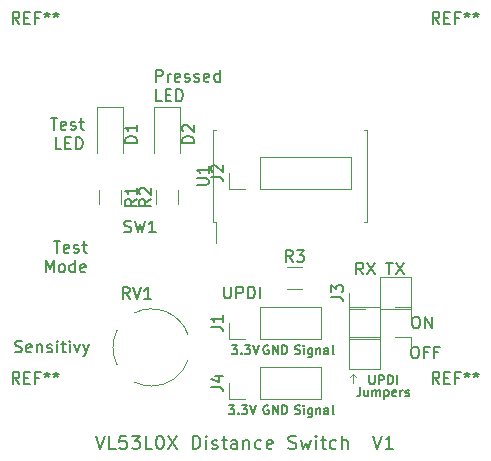
<source format=gbr>
G04 #@! TF.GenerationSoftware,KiCad,Pcbnew,(5.1.5)-3*
G04 #@! TF.CreationDate,2020-07-14T23:55:42-05:00*
G04 #@! TF.ProjectId,VL53L0XSensor,564c3533-4c30-4585-9365-6e736f722e6b,rev?*
G04 #@! TF.SameCoordinates,Original*
G04 #@! TF.FileFunction,Legend,Top*
G04 #@! TF.FilePolarity,Positive*
%FSLAX46Y46*%
G04 Gerber Fmt 4.6, Leading zero omitted, Abs format (unit mm)*
G04 Created by KiCad (PCBNEW (5.1.5)-3) date 2020-07-14 23:55:42*
%MOMM*%
%LPD*%
G04 APERTURE LIST*
%ADD10C,0.150000*%
%ADD11C,0.152400*%
%ADD12C,0.120000*%
%ADD13C,0.139700*%
G04 APERTURE END LIST*
D10*
X115141761Y-84986761D02*
X115284619Y-85034380D01*
X115522714Y-85034380D01*
X115617952Y-84986761D01*
X115665571Y-84939142D01*
X115713190Y-84843904D01*
X115713190Y-84748666D01*
X115665571Y-84653428D01*
X115617952Y-84605809D01*
X115522714Y-84558190D01*
X115332238Y-84510571D01*
X115237000Y-84462952D01*
X115189380Y-84415333D01*
X115141761Y-84320095D01*
X115141761Y-84224857D01*
X115189380Y-84129619D01*
X115237000Y-84082000D01*
X115332238Y-84034380D01*
X115570333Y-84034380D01*
X115713190Y-84082000D01*
X116522714Y-84986761D02*
X116427476Y-85034380D01*
X116237000Y-85034380D01*
X116141761Y-84986761D01*
X116094142Y-84891523D01*
X116094142Y-84510571D01*
X116141761Y-84415333D01*
X116237000Y-84367714D01*
X116427476Y-84367714D01*
X116522714Y-84415333D01*
X116570333Y-84510571D01*
X116570333Y-84605809D01*
X116094142Y-84701047D01*
X116998904Y-84367714D02*
X116998904Y-85034380D01*
X116998904Y-84462952D02*
X117046523Y-84415333D01*
X117141761Y-84367714D01*
X117284619Y-84367714D01*
X117379857Y-84415333D01*
X117427476Y-84510571D01*
X117427476Y-85034380D01*
X117856047Y-84986761D02*
X117951285Y-85034380D01*
X118141761Y-85034380D01*
X118237000Y-84986761D01*
X118284619Y-84891523D01*
X118284619Y-84843904D01*
X118237000Y-84748666D01*
X118141761Y-84701047D01*
X117998904Y-84701047D01*
X117903666Y-84653428D01*
X117856047Y-84558190D01*
X117856047Y-84510571D01*
X117903666Y-84415333D01*
X117998904Y-84367714D01*
X118141761Y-84367714D01*
X118237000Y-84415333D01*
X118713190Y-85034380D02*
X118713190Y-84367714D01*
X118713190Y-84034380D02*
X118665571Y-84082000D01*
X118713190Y-84129619D01*
X118760809Y-84082000D01*
X118713190Y-84034380D01*
X118713190Y-84129619D01*
X119046523Y-84367714D02*
X119427476Y-84367714D01*
X119189380Y-84034380D02*
X119189380Y-84891523D01*
X119237000Y-84986761D01*
X119332238Y-85034380D01*
X119427476Y-85034380D01*
X119760809Y-85034380D02*
X119760809Y-84367714D01*
X119760809Y-84034380D02*
X119713190Y-84082000D01*
X119760809Y-84129619D01*
X119808428Y-84082000D01*
X119760809Y-84034380D01*
X119760809Y-84129619D01*
X120141761Y-84367714D02*
X120379857Y-85034380D01*
X120617952Y-84367714D01*
X120903666Y-84367714D02*
X121141761Y-85034380D01*
X121379857Y-84367714D02*
X121141761Y-85034380D01*
X121046523Y-85272476D01*
X120998904Y-85320095D01*
X120903666Y-85367714D01*
X127081595Y-62111380D02*
X127081595Y-61111380D01*
X127462547Y-61111380D01*
X127557785Y-61159000D01*
X127605404Y-61206619D01*
X127653023Y-61301857D01*
X127653023Y-61444714D01*
X127605404Y-61539952D01*
X127557785Y-61587571D01*
X127462547Y-61635190D01*
X127081595Y-61635190D01*
X128081595Y-62111380D02*
X128081595Y-61444714D01*
X128081595Y-61635190D02*
X128129214Y-61539952D01*
X128176833Y-61492333D01*
X128272071Y-61444714D01*
X128367309Y-61444714D01*
X129081595Y-62063761D02*
X128986357Y-62111380D01*
X128795880Y-62111380D01*
X128700642Y-62063761D01*
X128653023Y-61968523D01*
X128653023Y-61587571D01*
X128700642Y-61492333D01*
X128795880Y-61444714D01*
X128986357Y-61444714D01*
X129081595Y-61492333D01*
X129129214Y-61587571D01*
X129129214Y-61682809D01*
X128653023Y-61778047D01*
X129510166Y-62063761D02*
X129605404Y-62111380D01*
X129795880Y-62111380D01*
X129891119Y-62063761D01*
X129938738Y-61968523D01*
X129938738Y-61920904D01*
X129891119Y-61825666D01*
X129795880Y-61778047D01*
X129653023Y-61778047D01*
X129557785Y-61730428D01*
X129510166Y-61635190D01*
X129510166Y-61587571D01*
X129557785Y-61492333D01*
X129653023Y-61444714D01*
X129795880Y-61444714D01*
X129891119Y-61492333D01*
X130319690Y-62063761D02*
X130414928Y-62111380D01*
X130605404Y-62111380D01*
X130700642Y-62063761D01*
X130748261Y-61968523D01*
X130748261Y-61920904D01*
X130700642Y-61825666D01*
X130605404Y-61778047D01*
X130462547Y-61778047D01*
X130367309Y-61730428D01*
X130319690Y-61635190D01*
X130319690Y-61587571D01*
X130367309Y-61492333D01*
X130462547Y-61444714D01*
X130605404Y-61444714D01*
X130700642Y-61492333D01*
X131557785Y-62063761D02*
X131462547Y-62111380D01*
X131272071Y-62111380D01*
X131176833Y-62063761D01*
X131129214Y-61968523D01*
X131129214Y-61587571D01*
X131176833Y-61492333D01*
X131272071Y-61444714D01*
X131462547Y-61444714D01*
X131557785Y-61492333D01*
X131605404Y-61587571D01*
X131605404Y-61682809D01*
X131129214Y-61778047D01*
X132462547Y-62111380D02*
X132462547Y-61111380D01*
X132462547Y-62063761D02*
X132367309Y-62111380D01*
X132176833Y-62111380D01*
X132081595Y-62063761D01*
X132033976Y-62016142D01*
X131986357Y-61920904D01*
X131986357Y-61635190D01*
X132033976Y-61539952D01*
X132081595Y-61492333D01*
X132176833Y-61444714D01*
X132367309Y-61444714D01*
X132462547Y-61492333D01*
X127557785Y-63761380D02*
X127081595Y-63761380D01*
X127081595Y-62761380D01*
X127891119Y-63237571D02*
X128224452Y-63237571D01*
X128367309Y-63761380D02*
X127891119Y-63761380D01*
X127891119Y-62761380D01*
X128367309Y-62761380D01*
X128795880Y-63761380D02*
X128795880Y-62761380D01*
X129033976Y-62761380D01*
X129176833Y-62809000D01*
X129272071Y-62904238D01*
X129319690Y-62999476D01*
X129367309Y-63189952D01*
X129367309Y-63332809D01*
X129319690Y-63523285D01*
X129272071Y-63618523D01*
X129176833Y-63713761D01*
X129033976Y-63761380D01*
X128795880Y-63761380D01*
X118155738Y-65175380D02*
X118727166Y-65175380D01*
X118441452Y-66175380D02*
X118441452Y-65175380D01*
X119441452Y-66127761D02*
X119346214Y-66175380D01*
X119155738Y-66175380D01*
X119060500Y-66127761D01*
X119012880Y-66032523D01*
X119012880Y-65651571D01*
X119060500Y-65556333D01*
X119155738Y-65508714D01*
X119346214Y-65508714D01*
X119441452Y-65556333D01*
X119489071Y-65651571D01*
X119489071Y-65746809D01*
X119012880Y-65842047D01*
X119870023Y-66127761D02*
X119965261Y-66175380D01*
X120155738Y-66175380D01*
X120250976Y-66127761D01*
X120298595Y-66032523D01*
X120298595Y-65984904D01*
X120250976Y-65889666D01*
X120155738Y-65842047D01*
X120012880Y-65842047D01*
X119917642Y-65794428D01*
X119870023Y-65699190D01*
X119870023Y-65651571D01*
X119917642Y-65556333D01*
X120012880Y-65508714D01*
X120155738Y-65508714D01*
X120250976Y-65556333D01*
X120584309Y-65508714D02*
X120965261Y-65508714D01*
X120727166Y-65175380D02*
X120727166Y-66032523D01*
X120774785Y-66127761D01*
X120870023Y-66175380D01*
X120965261Y-66175380D01*
X119060500Y-67825380D02*
X118584309Y-67825380D01*
X118584309Y-66825380D01*
X119393833Y-67301571D02*
X119727166Y-67301571D01*
X119870023Y-67825380D02*
X119393833Y-67825380D01*
X119393833Y-66825380D01*
X119870023Y-66825380D01*
X120298595Y-67825380D02*
X120298595Y-66825380D01*
X120536690Y-66825380D01*
X120679547Y-66873000D01*
X120774785Y-66968238D01*
X120822404Y-67063476D01*
X120870023Y-67253952D01*
X120870023Y-67396809D01*
X120822404Y-67587285D01*
X120774785Y-67682523D01*
X120679547Y-67777761D01*
X120536690Y-67825380D01*
X120298595Y-67825380D01*
X118409738Y-75589380D02*
X118981166Y-75589380D01*
X118695452Y-76589380D02*
X118695452Y-75589380D01*
X119695452Y-76541761D02*
X119600214Y-76589380D01*
X119409738Y-76589380D01*
X119314500Y-76541761D01*
X119266880Y-76446523D01*
X119266880Y-76065571D01*
X119314500Y-75970333D01*
X119409738Y-75922714D01*
X119600214Y-75922714D01*
X119695452Y-75970333D01*
X119743071Y-76065571D01*
X119743071Y-76160809D01*
X119266880Y-76256047D01*
X120124023Y-76541761D02*
X120219261Y-76589380D01*
X120409738Y-76589380D01*
X120504976Y-76541761D01*
X120552595Y-76446523D01*
X120552595Y-76398904D01*
X120504976Y-76303666D01*
X120409738Y-76256047D01*
X120266880Y-76256047D01*
X120171642Y-76208428D01*
X120124023Y-76113190D01*
X120124023Y-76065571D01*
X120171642Y-75970333D01*
X120266880Y-75922714D01*
X120409738Y-75922714D01*
X120504976Y-75970333D01*
X120838309Y-75922714D02*
X121219261Y-75922714D01*
X120981166Y-75589380D02*
X120981166Y-76446523D01*
X121028785Y-76541761D01*
X121124023Y-76589380D01*
X121219261Y-76589380D01*
X117743071Y-78239380D02*
X117743071Y-77239380D01*
X118076404Y-77953666D01*
X118409738Y-77239380D01*
X118409738Y-78239380D01*
X119028785Y-78239380D02*
X118933547Y-78191761D01*
X118885928Y-78144142D01*
X118838309Y-78048904D01*
X118838309Y-77763190D01*
X118885928Y-77667952D01*
X118933547Y-77620333D01*
X119028785Y-77572714D01*
X119171642Y-77572714D01*
X119266880Y-77620333D01*
X119314500Y-77667952D01*
X119362119Y-77763190D01*
X119362119Y-78048904D01*
X119314500Y-78144142D01*
X119266880Y-78191761D01*
X119171642Y-78239380D01*
X119028785Y-78239380D01*
X120219261Y-78239380D02*
X120219261Y-77239380D01*
X120219261Y-78191761D02*
X120124023Y-78239380D01*
X119933547Y-78239380D01*
X119838309Y-78191761D01*
X119790690Y-78144142D01*
X119743071Y-78048904D01*
X119743071Y-77763190D01*
X119790690Y-77667952D01*
X119838309Y-77620333D01*
X119933547Y-77572714D01*
X120124023Y-77572714D01*
X120219261Y-77620333D01*
X121076404Y-78191761D02*
X120981166Y-78239380D01*
X120790690Y-78239380D01*
X120695452Y-78191761D01*
X120647833Y-78096523D01*
X120647833Y-77715571D01*
X120695452Y-77620333D01*
X120790690Y-77572714D01*
X120981166Y-77572714D01*
X121076404Y-77620333D01*
X121124023Y-77715571D01*
X121124023Y-77810809D01*
X120647833Y-77906047D01*
D11*
X121965357Y-92084071D02*
X122346357Y-93227071D01*
X122727357Y-92084071D01*
X123652642Y-93227071D02*
X123108357Y-93227071D01*
X123108357Y-92084071D01*
X124577928Y-92084071D02*
X124033642Y-92084071D01*
X123979214Y-92628357D01*
X124033642Y-92573928D01*
X124142500Y-92519500D01*
X124414642Y-92519500D01*
X124523500Y-92573928D01*
X124577928Y-92628357D01*
X124632357Y-92737214D01*
X124632357Y-93009357D01*
X124577928Y-93118214D01*
X124523500Y-93172642D01*
X124414642Y-93227071D01*
X124142500Y-93227071D01*
X124033642Y-93172642D01*
X123979214Y-93118214D01*
X125013357Y-92084071D02*
X125720928Y-92084071D01*
X125339928Y-92519500D01*
X125503214Y-92519500D01*
X125612071Y-92573928D01*
X125666500Y-92628357D01*
X125720928Y-92737214D01*
X125720928Y-93009357D01*
X125666500Y-93118214D01*
X125612071Y-93172642D01*
X125503214Y-93227071D01*
X125176642Y-93227071D01*
X125067785Y-93172642D01*
X125013357Y-93118214D01*
X126755071Y-93227071D02*
X126210785Y-93227071D01*
X126210785Y-92084071D01*
X127353785Y-92084071D02*
X127462642Y-92084071D01*
X127571500Y-92138500D01*
X127625928Y-92192928D01*
X127680357Y-92301785D01*
X127734785Y-92519500D01*
X127734785Y-92791642D01*
X127680357Y-93009357D01*
X127625928Y-93118214D01*
X127571500Y-93172642D01*
X127462642Y-93227071D01*
X127353785Y-93227071D01*
X127244928Y-93172642D01*
X127190500Y-93118214D01*
X127136071Y-93009357D01*
X127081642Y-92791642D01*
X127081642Y-92519500D01*
X127136071Y-92301785D01*
X127190500Y-92192928D01*
X127244928Y-92138500D01*
X127353785Y-92084071D01*
X128115785Y-92084071D02*
X128877785Y-93227071D01*
X128877785Y-92084071D02*
X128115785Y-93227071D01*
X130184071Y-93227071D02*
X130184071Y-92084071D01*
X130456214Y-92084071D01*
X130619500Y-92138500D01*
X130728357Y-92247357D01*
X130782785Y-92356214D01*
X130837214Y-92573928D01*
X130837214Y-92737214D01*
X130782785Y-92954928D01*
X130728357Y-93063785D01*
X130619500Y-93172642D01*
X130456214Y-93227071D01*
X130184071Y-93227071D01*
X131327071Y-93227071D02*
X131327071Y-92465071D01*
X131327071Y-92084071D02*
X131272642Y-92138500D01*
X131327071Y-92192928D01*
X131381500Y-92138500D01*
X131327071Y-92084071D01*
X131327071Y-92192928D01*
X131816928Y-93172642D02*
X131925785Y-93227071D01*
X132143500Y-93227071D01*
X132252357Y-93172642D01*
X132306785Y-93063785D01*
X132306785Y-93009357D01*
X132252357Y-92900500D01*
X132143500Y-92846071D01*
X131980214Y-92846071D01*
X131871357Y-92791642D01*
X131816928Y-92682785D01*
X131816928Y-92628357D01*
X131871357Y-92519500D01*
X131980214Y-92465071D01*
X132143500Y-92465071D01*
X132252357Y-92519500D01*
X132633357Y-92465071D02*
X133068785Y-92465071D01*
X132796642Y-92084071D02*
X132796642Y-93063785D01*
X132851071Y-93172642D01*
X132959928Y-93227071D01*
X133068785Y-93227071D01*
X133939642Y-93227071D02*
X133939642Y-92628357D01*
X133885214Y-92519500D01*
X133776357Y-92465071D01*
X133558642Y-92465071D01*
X133449785Y-92519500D01*
X133939642Y-93172642D02*
X133830785Y-93227071D01*
X133558642Y-93227071D01*
X133449785Y-93172642D01*
X133395357Y-93063785D01*
X133395357Y-92954928D01*
X133449785Y-92846071D01*
X133558642Y-92791642D01*
X133830785Y-92791642D01*
X133939642Y-92737214D01*
X134483928Y-92465071D02*
X134483928Y-93227071D01*
X134483928Y-92573928D02*
X134538357Y-92519500D01*
X134647214Y-92465071D01*
X134810500Y-92465071D01*
X134919357Y-92519500D01*
X134973785Y-92628357D01*
X134973785Y-93227071D01*
X136007928Y-93172642D02*
X135899071Y-93227071D01*
X135681357Y-93227071D01*
X135572500Y-93172642D01*
X135518071Y-93118214D01*
X135463642Y-93009357D01*
X135463642Y-92682785D01*
X135518071Y-92573928D01*
X135572500Y-92519500D01*
X135681357Y-92465071D01*
X135899071Y-92465071D01*
X136007928Y-92519500D01*
X136933214Y-93172642D02*
X136824357Y-93227071D01*
X136606642Y-93227071D01*
X136497785Y-93172642D01*
X136443357Y-93063785D01*
X136443357Y-92628357D01*
X136497785Y-92519500D01*
X136606642Y-92465071D01*
X136824357Y-92465071D01*
X136933214Y-92519500D01*
X136987642Y-92628357D01*
X136987642Y-92737214D01*
X136443357Y-92846071D01*
X138293928Y-93172642D02*
X138457214Y-93227071D01*
X138729357Y-93227071D01*
X138838214Y-93172642D01*
X138892642Y-93118214D01*
X138947071Y-93009357D01*
X138947071Y-92900500D01*
X138892642Y-92791642D01*
X138838214Y-92737214D01*
X138729357Y-92682785D01*
X138511642Y-92628357D01*
X138402785Y-92573928D01*
X138348357Y-92519500D01*
X138293928Y-92410642D01*
X138293928Y-92301785D01*
X138348357Y-92192928D01*
X138402785Y-92138500D01*
X138511642Y-92084071D01*
X138783785Y-92084071D01*
X138947071Y-92138500D01*
X139328071Y-92465071D02*
X139545785Y-93227071D01*
X139763500Y-92682785D01*
X139981214Y-93227071D01*
X140198928Y-92465071D01*
X140634357Y-93227071D02*
X140634357Y-92465071D01*
X140634357Y-92084071D02*
X140579928Y-92138500D01*
X140634357Y-92192928D01*
X140688785Y-92138500D01*
X140634357Y-92084071D01*
X140634357Y-92192928D01*
X141015357Y-92465071D02*
X141450785Y-92465071D01*
X141178642Y-92084071D02*
X141178642Y-93063785D01*
X141233071Y-93172642D01*
X141341928Y-93227071D01*
X141450785Y-93227071D01*
X142321642Y-93172642D02*
X142212785Y-93227071D01*
X141995071Y-93227071D01*
X141886214Y-93172642D01*
X141831785Y-93118214D01*
X141777357Y-93009357D01*
X141777357Y-92682785D01*
X141831785Y-92573928D01*
X141886214Y-92519500D01*
X141995071Y-92465071D01*
X142212785Y-92465071D01*
X142321642Y-92519500D01*
X142811500Y-93227071D02*
X142811500Y-92084071D01*
X143301357Y-93227071D02*
X143301357Y-92628357D01*
X143246928Y-92519500D01*
X143138071Y-92465071D01*
X142974785Y-92465071D01*
X142865928Y-92519500D01*
X142811500Y-92573928D01*
X145424071Y-92084071D02*
X145805071Y-93227071D01*
X146186071Y-92084071D01*
X147165785Y-93227071D02*
X146512642Y-93227071D01*
X146839214Y-93227071D02*
X146839214Y-92084071D01*
X146730357Y-92247357D01*
X146621500Y-92356214D01*
X146512642Y-92410642D01*
D12*
X143764000Y-86868000D02*
X144018000Y-87122000D01*
X143510000Y-87122000D02*
X143764000Y-86868000D01*
X143764000Y-86868000D02*
X143510000Y-87122000D01*
X143764000Y-87630000D02*
X143764000Y-86868000D01*
D13*
X144344571Y-87974714D02*
X144344571Y-88519000D01*
X144308285Y-88627857D01*
X144235714Y-88700428D01*
X144126857Y-88736714D01*
X144054285Y-88736714D01*
X145034000Y-88228714D02*
X145034000Y-88736714D01*
X144707428Y-88228714D02*
X144707428Y-88627857D01*
X144743714Y-88700428D01*
X144816285Y-88736714D01*
X144925142Y-88736714D01*
X144997714Y-88700428D01*
X145034000Y-88664142D01*
X145396857Y-88736714D02*
X145396857Y-88228714D01*
X145396857Y-88301285D02*
X145433142Y-88265000D01*
X145505714Y-88228714D01*
X145614571Y-88228714D01*
X145687142Y-88265000D01*
X145723428Y-88337571D01*
X145723428Y-88736714D01*
X145723428Y-88337571D02*
X145759714Y-88265000D01*
X145832285Y-88228714D01*
X145941142Y-88228714D01*
X146013714Y-88265000D01*
X146050000Y-88337571D01*
X146050000Y-88736714D01*
X146412857Y-88228714D02*
X146412857Y-88990714D01*
X146412857Y-88265000D02*
X146485428Y-88228714D01*
X146630571Y-88228714D01*
X146703142Y-88265000D01*
X146739428Y-88301285D01*
X146775714Y-88373857D01*
X146775714Y-88591571D01*
X146739428Y-88664142D01*
X146703142Y-88700428D01*
X146630571Y-88736714D01*
X146485428Y-88736714D01*
X146412857Y-88700428D01*
X147392571Y-88700428D02*
X147320000Y-88736714D01*
X147174857Y-88736714D01*
X147102285Y-88700428D01*
X147066000Y-88627857D01*
X147066000Y-88337571D01*
X147102285Y-88265000D01*
X147174857Y-88228714D01*
X147320000Y-88228714D01*
X147392571Y-88265000D01*
X147428857Y-88337571D01*
X147428857Y-88410142D01*
X147066000Y-88482714D01*
X147755428Y-88736714D02*
X147755428Y-88228714D01*
X147755428Y-88373857D02*
X147791714Y-88301285D01*
X147828000Y-88265000D01*
X147900571Y-88228714D01*
X147973142Y-88228714D01*
X148190857Y-88700428D02*
X148263428Y-88736714D01*
X148408571Y-88736714D01*
X148481142Y-88700428D01*
X148517428Y-88627857D01*
X148517428Y-88591571D01*
X148481142Y-88519000D01*
X148408571Y-88482714D01*
X148299714Y-88482714D01*
X148227142Y-88446428D01*
X148190857Y-88373857D01*
X148190857Y-88337571D01*
X148227142Y-88265000D01*
X148299714Y-88228714D01*
X148408571Y-88228714D01*
X148481142Y-88265000D01*
X145142857Y-86958714D02*
X145142857Y-87575571D01*
X145179142Y-87648142D01*
X145215428Y-87684428D01*
X145288000Y-87720714D01*
X145433142Y-87720714D01*
X145505714Y-87684428D01*
X145542000Y-87648142D01*
X145578285Y-87575571D01*
X145578285Y-86958714D01*
X145941142Y-87720714D02*
X145941142Y-86958714D01*
X146231428Y-86958714D01*
X146304000Y-86995000D01*
X146340285Y-87031285D01*
X146376571Y-87103857D01*
X146376571Y-87212714D01*
X146340285Y-87285285D01*
X146304000Y-87321571D01*
X146231428Y-87357857D01*
X145941142Y-87357857D01*
X146703142Y-87720714D02*
X146703142Y-86958714D01*
X146884571Y-86958714D01*
X146993428Y-86995000D01*
X147066000Y-87067571D01*
X147102285Y-87140142D01*
X147138571Y-87285285D01*
X147138571Y-87394142D01*
X147102285Y-87539285D01*
X147066000Y-87611857D01*
X146993428Y-87684428D01*
X146884571Y-87720714D01*
X146703142Y-87720714D01*
X147465142Y-87720714D02*
X147465142Y-86958714D01*
D10*
X146558095Y-77430380D02*
X147129523Y-77430380D01*
X146843809Y-78430380D02*
X146843809Y-77430380D01*
X147367619Y-77430380D02*
X148034285Y-78430380D01*
X148034285Y-77430380D02*
X147367619Y-78430380D01*
X144613333Y-78430380D02*
X144280000Y-77954190D01*
X144041904Y-78430380D02*
X144041904Y-77430380D01*
X144422857Y-77430380D01*
X144518095Y-77478000D01*
X144565714Y-77525619D01*
X144613333Y-77620857D01*
X144613333Y-77763714D01*
X144565714Y-77858952D01*
X144518095Y-77906571D01*
X144422857Y-77954190D01*
X144041904Y-77954190D01*
X144946666Y-77430380D02*
X145613333Y-78430380D01*
X145613333Y-77430380D02*
X144946666Y-78430380D01*
D13*
X138829142Y-85144428D02*
X138938000Y-85180714D01*
X139119428Y-85180714D01*
X139192000Y-85144428D01*
X139228285Y-85108142D01*
X139264571Y-85035571D01*
X139264571Y-84963000D01*
X139228285Y-84890428D01*
X139192000Y-84854142D01*
X139119428Y-84817857D01*
X138974285Y-84781571D01*
X138901714Y-84745285D01*
X138865428Y-84709000D01*
X138829142Y-84636428D01*
X138829142Y-84563857D01*
X138865428Y-84491285D01*
X138901714Y-84455000D01*
X138974285Y-84418714D01*
X139155714Y-84418714D01*
X139264571Y-84455000D01*
X139591142Y-85180714D02*
X139591142Y-84672714D01*
X139591142Y-84418714D02*
X139554857Y-84455000D01*
X139591142Y-84491285D01*
X139627428Y-84455000D01*
X139591142Y-84418714D01*
X139591142Y-84491285D01*
X140280571Y-84672714D02*
X140280571Y-85289571D01*
X140244285Y-85362142D01*
X140208000Y-85398428D01*
X140135428Y-85434714D01*
X140026571Y-85434714D01*
X139954000Y-85398428D01*
X140280571Y-85144428D02*
X140208000Y-85180714D01*
X140062857Y-85180714D01*
X139990285Y-85144428D01*
X139954000Y-85108142D01*
X139917714Y-85035571D01*
X139917714Y-84817857D01*
X139954000Y-84745285D01*
X139990285Y-84709000D01*
X140062857Y-84672714D01*
X140208000Y-84672714D01*
X140280571Y-84709000D01*
X140643428Y-84672714D02*
X140643428Y-85180714D01*
X140643428Y-84745285D02*
X140679714Y-84709000D01*
X140752285Y-84672714D01*
X140861142Y-84672714D01*
X140933714Y-84709000D01*
X140970000Y-84781571D01*
X140970000Y-85180714D01*
X141659428Y-85180714D02*
X141659428Y-84781571D01*
X141623142Y-84709000D01*
X141550571Y-84672714D01*
X141405428Y-84672714D01*
X141332857Y-84709000D01*
X141659428Y-85144428D02*
X141586857Y-85180714D01*
X141405428Y-85180714D01*
X141332857Y-85144428D01*
X141296571Y-85071857D01*
X141296571Y-84999285D01*
X141332857Y-84926714D01*
X141405428Y-84890428D01*
X141586857Y-84890428D01*
X141659428Y-84854142D01*
X142131142Y-85180714D02*
X142058571Y-85144428D01*
X142022285Y-85071857D01*
X142022285Y-84418714D01*
X136579428Y-84455000D02*
X136506857Y-84418714D01*
X136398000Y-84418714D01*
X136289142Y-84455000D01*
X136216571Y-84527571D01*
X136180285Y-84600142D01*
X136144000Y-84745285D01*
X136144000Y-84854142D01*
X136180285Y-84999285D01*
X136216571Y-85071857D01*
X136289142Y-85144428D01*
X136398000Y-85180714D01*
X136470571Y-85180714D01*
X136579428Y-85144428D01*
X136615714Y-85108142D01*
X136615714Y-84854142D01*
X136470571Y-84854142D01*
X136942285Y-85180714D02*
X136942285Y-84418714D01*
X137377714Y-85180714D01*
X137377714Y-84418714D01*
X137740571Y-85180714D02*
X137740571Y-84418714D01*
X137922000Y-84418714D01*
X138030857Y-84455000D01*
X138103428Y-84527571D01*
X138139714Y-84600142D01*
X138176000Y-84745285D01*
X138176000Y-84854142D01*
X138139714Y-84999285D01*
X138103428Y-85071857D01*
X138030857Y-85144428D01*
X137922000Y-85180714D01*
X137740571Y-85180714D01*
X133495142Y-84418714D02*
X133966857Y-84418714D01*
X133712857Y-84709000D01*
X133821714Y-84709000D01*
X133894285Y-84745285D01*
X133930571Y-84781571D01*
X133966857Y-84854142D01*
X133966857Y-85035571D01*
X133930571Y-85108142D01*
X133894285Y-85144428D01*
X133821714Y-85180714D01*
X133604000Y-85180714D01*
X133531428Y-85144428D01*
X133495142Y-85108142D01*
X134293428Y-85108142D02*
X134329714Y-85144428D01*
X134293428Y-85180714D01*
X134257142Y-85144428D01*
X134293428Y-85108142D01*
X134293428Y-85180714D01*
X134583714Y-84418714D02*
X135055428Y-84418714D01*
X134801428Y-84709000D01*
X134910285Y-84709000D01*
X134982857Y-84745285D01*
X135019142Y-84781571D01*
X135055428Y-84854142D01*
X135055428Y-85035571D01*
X135019142Y-85108142D01*
X134982857Y-85144428D01*
X134910285Y-85180714D01*
X134692571Y-85180714D01*
X134620000Y-85144428D01*
X134583714Y-85108142D01*
X135273142Y-84418714D02*
X135527142Y-85180714D01*
X135781142Y-84418714D01*
D10*
X132842190Y-79462380D02*
X132842190Y-80271904D01*
X132889809Y-80367142D01*
X132937428Y-80414761D01*
X133032666Y-80462380D01*
X133223142Y-80462380D01*
X133318380Y-80414761D01*
X133366000Y-80367142D01*
X133413619Y-80271904D01*
X133413619Y-79462380D01*
X133889809Y-80462380D02*
X133889809Y-79462380D01*
X134270761Y-79462380D01*
X134366000Y-79510000D01*
X134413619Y-79557619D01*
X134461238Y-79652857D01*
X134461238Y-79795714D01*
X134413619Y-79890952D01*
X134366000Y-79938571D01*
X134270761Y-79986190D01*
X133889809Y-79986190D01*
X134889809Y-80462380D02*
X134889809Y-79462380D01*
X135127904Y-79462380D01*
X135270761Y-79510000D01*
X135366000Y-79605238D01*
X135413619Y-79700476D01*
X135461238Y-79890952D01*
X135461238Y-80033809D01*
X135413619Y-80224285D01*
X135366000Y-80319523D01*
X135270761Y-80414761D01*
X135127904Y-80462380D01*
X134889809Y-80462380D01*
X135889809Y-80462380D02*
X135889809Y-79462380D01*
D13*
X138829142Y-90224428D02*
X138938000Y-90260714D01*
X139119428Y-90260714D01*
X139192000Y-90224428D01*
X139228285Y-90188142D01*
X139264571Y-90115571D01*
X139264571Y-90043000D01*
X139228285Y-89970428D01*
X139192000Y-89934142D01*
X139119428Y-89897857D01*
X138974285Y-89861571D01*
X138901714Y-89825285D01*
X138865428Y-89789000D01*
X138829142Y-89716428D01*
X138829142Y-89643857D01*
X138865428Y-89571285D01*
X138901714Y-89535000D01*
X138974285Y-89498714D01*
X139155714Y-89498714D01*
X139264571Y-89535000D01*
X139591142Y-90260714D02*
X139591142Y-89752714D01*
X139591142Y-89498714D02*
X139554857Y-89535000D01*
X139591142Y-89571285D01*
X139627428Y-89535000D01*
X139591142Y-89498714D01*
X139591142Y-89571285D01*
X140280571Y-89752714D02*
X140280571Y-90369571D01*
X140244285Y-90442142D01*
X140208000Y-90478428D01*
X140135428Y-90514714D01*
X140026571Y-90514714D01*
X139954000Y-90478428D01*
X140280571Y-90224428D02*
X140208000Y-90260714D01*
X140062857Y-90260714D01*
X139990285Y-90224428D01*
X139954000Y-90188142D01*
X139917714Y-90115571D01*
X139917714Y-89897857D01*
X139954000Y-89825285D01*
X139990285Y-89789000D01*
X140062857Y-89752714D01*
X140208000Y-89752714D01*
X140280571Y-89789000D01*
X140643428Y-89752714D02*
X140643428Y-90260714D01*
X140643428Y-89825285D02*
X140679714Y-89789000D01*
X140752285Y-89752714D01*
X140861142Y-89752714D01*
X140933714Y-89789000D01*
X140970000Y-89861571D01*
X140970000Y-90260714D01*
X141659428Y-90260714D02*
X141659428Y-89861571D01*
X141623142Y-89789000D01*
X141550571Y-89752714D01*
X141405428Y-89752714D01*
X141332857Y-89789000D01*
X141659428Y-90224428D02*
X141586857Y-90260714D01*
X141405428Y-90260714D01*
X141332857Y-90224428D01*
X141296571Y-90151857D01*
X141296571Y-90079285D01*
X141332857Y-90006714D01*
X141405428Y-89970428D01*
X141586857Y-89970428D01*
X141659428Y-89934142D01*
X142131142Y-90260714D02*
X142058571Y-90224428D01*
X142022285Y-90151857D01*
X142022285Y-89498714D01*
X136579428Y-89535000D02*
X136506857Y-89498714D01*
X136398000Y-89498714D01*
X136289142Y-89535000D01*
X136216571Y-89607571D01*
X136180285Y-89680142D01*
X136144000Y-89825285D01*
X136144000Y-89934142D01*
X136180285Y-90079285D01*
X136216571Y-90151857D01*
X136289142Y-90224428D01*
X136398000Y-90260714D01*
X136470571Y-90260714D01*
X136579428Y-90224428D01*
X136615714Y-90188142D01*
X136615714Y-89934142D01*
X136470571Y-89934142D01*
X136942285Y-90260714D02*
X136942285Y-89498714D01*
X137377714Y-90260714D01*
X137377714Y-89498714D01*
X137740571Y-90260714D02*
X137740571Y-89498714D01*
X137922000Y-89498714D01*
X138030857Y-89535000D01*
X138103428Y-89607571D01*
X138139714Y-89680142D01*
X138176000Y-89825285D01*
X138176000Y-89934142D01*
X138139714Y-90079285D01*
X138103428Y-90151857D01*
X138030857Y-90224428D01*
X137922000Y-90260714D01*
X137740571Y-90260714D01*
X133241142Y-89498714D02*
X133712857Y-89498714D01*
X133458857Y-89789000D01*
X133567714Y-89789000D01*
X133640285Y-89825285D01*
X133676571Y-89861571D01*
X133712857Y-89934142D01*
X133712857Y-90115571D01*
X133676571Y-90188142D01*
X133640285Y-90224428D01*
X133567714Y-90260714D01*
X133350000Y-90260714D01*
X133277428Y-90224428D01*
X133241142Y-90188142D01*
X134039428Y-90188142D02*
X134075714Y-90224428D01*
X134039428Y-90260714D01*
X134003142Y-90224428D01*
X134039428Y-90188142D01*
X134039428Y-90260714D01*
X134329714Y-89498714D02*
X134801428Y-89498714D01*
X134547428Y-89789000D01*
X134656285Y-89789000D01*
X134728857Y-89825285D01*
X134765142Y-89861571D01*
X134801428Y-89934142D01*
X134801428Y-90115571D01*
X134765142Y-90188142D01*
X134728857Y-90224428D01*
X134656285Y-90260714D01*
X134438571Y-90260714D01*
X134366000Y-90224428D01*
X134329714Y-90188142D01*
X135019142Y-89498714D02*
X135273142Y-90260714D01*
X135527142Y-89498714D01*
D12*
X122055000Y-64263000D02*
X122055000Y-68148000D01*
X124325000Y-64263000D02*
X122055000Y-64263000D01*
X124325000Y-68148000D02*
X124325000Y-64263000D01*
X129151000Y-68148000D02*
X129151000Y-64263000D01*
X129151000Y-64263000D02*
X126881000Y-64263000D01*
X126881000Y-64263000D02*
X126881000Y-68148000D01*
X133290000Y-83880000D02*
X133290000Y-82550000D01*
X134620000Y-83880000D02*
X133290000Y-83880000D01*
X135890000Y-83880000D02*
X135890000Y-81220000D01*
X135890000Y-81220000D02*
X141030000Y-81220000D01*
X135890000Y-83880000D02*
X141030000Y-83880000D01*
X141030000Y-83880000D02*
X141030000Y-81220000D01*
X143570000Y-71180000D02*
X143570000Y-68520000D01*
X135890000Y-71180000D02*
X143570000Y-71180000D01*
X135890000Y-68520000D02*
X143570000Y-68520000D01*
X135890000Y-71180000D02*
X135890000Y-68520000D01*
X134620000Y-71180000D02*
X133290000Y-71180000D01*
X133290000Y-71180000D02*
X133290000Y-69850000D01*
X148650000Y-81340000D02*
X148650000Y-78680000D01*
X146050000Y-81340000D02*
X148650000Y-81340000D01*
X146050000Y-78680000D02*
X148650000Y-78680000D01*
X146050000Y-81340000D02*
X146050000Y-78680000D01*
X144780000Y-81340000D02*
X143450000Y-81340000D01*
X143450000Y-81340000D02*
X143450000Y-80010000D01*
X141030000Y-88960000D02*
X141030000Y-86300000D01*
X135890000Y-88960000D02*
X141030000Y-88960000D01*
X135890000Y-86300000D02*
X141030000Y-86300000D01*
X135890000Y-88960000D02*
X135890000Y-86300000D01*
X134620000Y-88960000D02*
X133290000Y-88960000D01*
X133290000Y-88960000D02*
X133290000Y-87630000D01*
X148650000Y-83760000D02*
X148650000Y-85090000D01*
X147320000Y-83760000D02*
X148650000Y-83760000D01*
X146050000Y-83760000D02*
X146050000Y-86420000D01*
X146050000Y-86420000D02*
X143450000Y-86420000D01*
X146050000Y-83760000D02*
X143450000Y-83760000D01*
X143450000Y-83760000D02*
X143450000Y-86420000D01*
X148650000Y-81220000D02*
X148650000Y-82550000D01*
X147320000Y-81220000D02*
X148650000Y-81220000D01*
X146050000Y-81220000D02*
X146050000Y-83880000D01*
X146050000Y-83880000D02*
X143450000Y-83880000D01*
X146050000Y-81220000D02*
X143450000Y-81220000D01*
X143450000Y-81220000D02*
X143450000Y-83880000D01*
X124100000Y-71279936D02*
X124100000Y-72484064D01*
X122280000Y-71279936D02*
X122280000Y-72484064D01*
X128926000Y-72484064D02*
X128926000Y-71279936D01*
X127106000Y-72484064D02*
X127106000Y-71279936D01*
X138205936Y-77830000D02*
X139410064Y-77830000D01*
X138205936Y-79650000D02*
X139410064Y-79650000D01*
X129797846Y-85686608D02*
G75*
G02X126706000Y-87892000I-3091846J1064608D01*
G01*
X125222032Y-81708171D02*
G75*
G02X129798000Y-83558000I1483968J-2913829D01*
G01*
X123792613Y-86107202D02*
G75*
G02X123792000Y-83138000I2913387J1485202D01*
G01*
X126762863Y-87892075D02*
G75*
G02X125221000Y-87536000I-56863J3270075D01*
G01*
X144940000Y-70104000D02*
X144940000Y-66244000D01*
X144940000Y-66244000D02*
X144705000Y-66244000D01*
X144940000Y-70104000D02*
X144940000Y-73964000D01*
X144940000Y-73964000D02*
X144705000Y-73964000D01*
X131920000Y-70104000D02*
X131920000Y-66244000D01*
X131920000Y-66244000D02*
X132155000Y-66244000D01*
X131920000Y-70104000D02*
X131920000Y-73964000D01*
X131920000Y-73964000D02*
X132155000Y-73964000D01*
X132155000Y-73964000D02*
X132155000Y-75779000D01*
D10*
X115506666Y-87692380D02*
X115173333Y-87216190D01*
X114935238Y-87692380D02*
X114935238Y-86692380D01*
X115316190Y-86692380D01*
X115411428Y-86740000D01*
X115459047Y-86787619D01*
X115506666Y-86882857D01*
X115506666Y-87025714D01*
X115459047Y-87120952D01*
X115411428Y-87168571D01*
X115316190Y-87216190D01*
X114935238Y-87216190D01*
X115935238Y-87168571D02*
X116268571Y-87168571D01*
X116411428Y-87692380D02*
X115935238Y-87692380D01*
X115935238Y-86692380D01*
X116411428Y-86692380D01*
X117173333Y-87168571D02*
X116840000Y-87168571D01*
X116840000Y-87692380D02*
X116840000Y-86692380D01*
X117316190Y-86692380D01*
X117840000Y-86692380D02*
X117840000Y-86930476D01*
X117601904Y-86835238D02*
X117840000Y-86930476D01*
X118078095Y-86835238D01*
X117697142Y-87120952D02*
X117840000Y-86930476D01*
X117982857Y-87120952D01*
X118601904Y-86692380D02*
X118601904Y-86930476D01*
X118363809Y-86835238D02*
X118601904Y-86930476D01*
X118840000Y-86835238D01*
X118459047Y-87120952D02*
X118601904Y-86930476D01*
X118744761Y-87120952D01*
X151066666Y-87692380D02*
X150733333Y-87216190D01*
X150495238Y-87692380D02*
X150495238Y-86692380D01*
X150876190Y-86692380D01*
X150971428Y-86740000D01*
X151019047Y-86787619D01*
X151066666Y-86882857D01*
X151066666Y-87025714D01*
X151019047Y-87120952D01*
X150971428Y-87168571D01*
X150876190Y-87216190D01*
X150495238Y-87216190D01*
X151495238Y-87168571D02*
X151828571Y-87168571D01*
X151971428Y-87692380D02*
X151495238Y-87692380D01*
X151495238Y-86692380D01*
X151971428Y-86692380D01*
X152733333Y-87168571D02*
X152400000Y-87168571D01*
X152400000Y-87692380D02*
X152400000Y-86692380D01*
X152876190Y-86692380D01*
X153400000Y-86692380D02*
X153400000Y-86930476D01*
X153161904Y-86835238D02*
X153400000Y-86930476D01*
X153638095Y-86835238D01*
X153257142Y-87120952D02*
X153400000Y-86930476D01*
X153542857Y-87120952D01*
X154161904Y-86692380D02*
X154161904Y-86930476D01*
X153923809Y-86835238D02*
X154161904Y-86930476D01*
X154400000Y-86835238D01*
X154019047Y-87120952D02*
X154161904Y-86930476D01*
X154304761Y-87120952D01*
X151066666Y-57212380D02*
X150733333Y-56736190D01*
X150495238Y-57212380D02*
X150495238Y-56212380D01*
X150876190Y-56212380D01*
X150971428Y-56260000D01*
X151019047Y-56307619D01*
X151066666Y-56402857D01*
X151066666Y-56545714D01*
X151019047Y-56640952D01*
X150971428Y-56688571D01*
X150876190Y-56736190D01*
X150495238Y-56736190D01*
X151495238Y-56688571D02*
X151828571Y-56688571D01*
X151971428Y-57212380D02*
X151495238Y-57212380D01*
X151495238Y-56212380D01*
X151971428Y-56212380D01*
X152733333Y-56688571D02*
X152400000Y-56688571D01*
X152400000Y-57212380D02*
X152400000Y-56212380D01*
X152876190Y-56212380D01*
X153400000Y-56212380D02*
X153400000Y-56450476D01*
X153161904Y-56355238D02*
X153400000Y-56450476D01*
X153638095Y-56355238D01*
X153257142Y-56640952D02*
X153400000Y-56450476D01*
X153542857Y-56640952D01*
X154161904Y-56212380D02*
X154161904Y-56450476D01*
X153923809Y-56355238D02*
X154161904Y-56450476D01*
X154400000Y-56355238D01*
X154019047Y-56640952D02*
X154161904Y-56450476D01*
X154304761Y-56640952D01*
X115506666Y-57212380D02*
X115173333Y-56736190D01*
X114935238Y-57212380D02*
X114935238Y-56212380D01*
X115316190Y-56212380D01*
X115411428Y-56260000D01*
X115459047Y-56307619D01*
X115506666Y-56402857D01*
X115506666Y-56545714D01*
X115459047Y-56640952D01*
X115411428Y-56688571D01*
X115316190Y-56736190D01*
X114935238Y-56736190D01*
X115935238Y-56688571D02*
X116268571Y-56688571D01*
X116411428Y-57212380D02*
X115935238Y-57212380D01*
X115935238Y-56212380D01*
X116411428Y-56212380D01*
X117173333Y-56688571D02*
X116840000Y-56688571D01*
X116840000Y-57212380D02*
X116840000Y-56212380D01*
X117316190Y-56212380D01*
X117840000Y-56212380D02*
X117840000Y-56450476D01*
X117601904Y-56355238D02*
X117840000Y-56450476D01*
X118078095Y-56355238D01*
X117697142Y-56640952D02*
X117840000Y-56450476D01*
X117982857Y-56640952D01*
X118601904Y-56212380D02*
X118601904Y-56450476D01*
X118363809Y-56355238D02*
X118601904Y-56450476D01*
X118840000Y-56355238D01*
X118459047Y-56640952D02*
X118601904Y-56450476D01*
X118744761Y-56640952D01*
X125462380Y-67286095D02*
X124462380Y-67286095D01*
X124462380Y-67048000D01*
X124510000Y-66905142D01*
X124605238Y-66809904D01*
X124700476Y-66762285D01*
X124890952Y-66714666D01*
X125033809Y-66714666D01*
X125224285Y-66762285D01*
X125319523Y-66809904D01*
X125414761Y-66905142D01*
X125462380Y-67048000D01*
X125462380Y-67286095D01*
X125462380Y-65762285D02*
X125462380Y-66333714D01*
X125462380Y-66048000D02*
X124462380Y-66048000D01*
X124605238Y-66143238D01*
X124700476Y-66238476D01*
X124748095Y-66333714D01*
X130288380Y-67286095D02*
X129288380Y-67286095D01*
X129288380Y-67048000D01*
X129336000Y-66905142D01*
X129431238Y-66809904D01*
X129526476Y-66762285D01*
X129716952Y-66714666D01*
X129859809Y-66714666D01*
X130050285Y-66762285D01*
X130145523Y-66809904D01*
X130240761Y-66905142D01*
X130288380Y-67048000D01*
X130288380Y-67286095D01*
X129383619Y-66333714D02*
X129336000Y-66286095D01*
X129288380Y-66190857D01*
X129288380Y-65952761D01*
X129336000Y-65857523D01*
X129383619Y-65809904D01*
X129478857Y-65762285D01*
X129574095Y-65762285D01*
X129716952Y-65809904D01*
X130288380Y-66381333D01*
X130288380Y-65762285D01*
X131742380Y-82883333D02*
X132456666Y-82883333D01*
X132599523Y-82930952D01*
X132694761Y-83026190D01*
X132742380Y-83169047D01*
X132742380Y-83264285D01*
X132742380Y-81883333D02*
X132742380Y-82454761D01*
X132742380Y-82169047D02*
X131742380Y-82169047D01*
X131885238Y-82264285D01*
X131980476Y-82359523D01*
X132028095Y-82454761D01*
X131742380Y-70183333D02*
X132456666Y-70183333D01*
X132599523Y-70230952D01*
X132694761Y-70326190D01*
X132742380Y-70469047D01*
X132742380Y-70564285D01*
X131837619Y-69754761D02*
X131790000Y-69707142D01*
X131742380Y-69611904D01*
X131742380Y-69373809D01*
X131790000Y-69278571D01*
X131837619Y-69230952D01*
X131932857Y-69183333D01*
X132028095Y-69183333D01*
X132170952Y-69230952D01*
X132742380Y-69802380D01*
X132742380Y-69183333D01*
X141902380Y-80343333D02*
X142616666Y-80343333D01*
X142759523Y-80390952D01*
X142854761Y-80486190D01*
X142902380Y-80629047D01*
X142902380Y-80724285D01*
X141902380Y-79962380D02*
X141902380Y-79343333D01*
X142283333Y-79676666D01*
X142283333Y-79533809D01*
X142330952Y-79438571D01*
X142378571Y-79390952D01*
X142473809Y-79343333D01*
X142711904Y-79343333D01*
X142807142Y-79390952D01*
X142854761Y-79438571D01*
X142902380Y-79533809D01*
X142902380Y-79819523D01*
X142854761Y-79914761D01*
X142807142Y-79962380D01*
X131742380Y-87963333D02*
X132456666Y-87963333D01*
X132599523Y-88010952D01*
X132694761Y-88106190D01*
X132742380Y-88249047D01*
X132742380Y-88344285D01*
X132075714Y-87058571D02*
X132742380Y-87058571D01*
X131694761Y-87296666D02*
X132409047Y-87534761D01*
X132409047Y-86915714D01*
X148907619Y-84542380D02*
X149098095Y-84542380D01*
X149193333Y-84590000D01*
X149288571Y-84685238D01*
X149336190Y-84875714D01*
X149336190Y-85209047D01*
X149288571Y-85399523D01*
X149193333Y-85494761D01*
X149098095Y-85542380D01*
X148907619Y-85542380D01*
X148812380Y-85494761D01*
X148717142Y-85399523D01*
X148669523Y-85209047D01*
X148669523Y-84875714D01*
X148717142Y-84685238D01*
X148812380Y-84590000D01*
X148907619Y-84542380D01*
X150098095Y-85018571D02*
X149764761Y-85018571D01*
X149764761Y-85542380D02*
X149764761Y-84542380D01*
X150240952Y-84542380D01*
X150955238Y-85018571D02*
X150621904Y-85018571D01*
X150621904Y-85542380D02*
X150621904Y-84542380D01*
X151098095Y-84542380D01*
X148986952Y-82002380D02*
X149177428Y-82002380D01*
X149272666Y-82050000D01*
X149367904Y-82145238D01*
X149415523Y-82335714D01*
X149415523Y-82669047D01*
X149367904Y-82859523D01*
X149272666Y-82954761D01*
X149177428Y-83002380D01*
X148986952Y-83002380D01*
X148891714Y-82954761D01*
X148796476Y-82859523D01*
X148748857Y-82669047D01*
X148748857Y-82335714D01*
X148796476Y-82145238D01*
X148891714Y-82050000D01*
X148986952Y-82002380D01*
X149844095Y-83002380D02*
X149844095Y-82002380D01*
X150415523Y-83002380D01*
X150415523Y-82002380D01*
X125462380Y-72048666D02*
X124986190Y-72382000D01*
X125462380Y-72620095D02*
X124462380Y-72620095D01*
X124462380Y-72239142D01*
X124510000Y-72143904D01*
X124557619Y-72096285D01*
X124652857Y-72048666D01*
X124795714Y-72048666D01*
X124890952Y-72096285D01*
X124938571Y-72143904D01*
X124986190Y-72239142D01*
X124986190Y-72620095D01*
X125462380Y-71096285D02*
X125462380Y-71667714D01*
X125462380Y-71382000D02*
X124462380Y-71382000D01*
X124605238Y-71477238D01*
X124700476Y-71572476D01*
X124748095Y-71667714D01*
X126648380Y-72048666D02*
X126172190Y-72382000D01*
X126648380Y-72620095D02*
X125648380Y-72620095D01*
X125648380Y-72239142D01*
X125696000Y-72143904D01*
X125743619Y-72096285D01*
X125838857Y-72048666D01*
X125981714Y-72048666D01*
X126076952Y-72096285D01*
X126124571Y-72143904D01*
X126172190Y-72239142D01*
X126172190Y-72620095D01*
X125743619Y-71667714D02*
X125696000Y-71620095D01*
X125648380Y-71524857D01*
X125648380Y-71286761D01*
X125696000Y-71191523D01*
X125743619Y-71143904D01*
X125838857Y-71096285D01*
X125934095Y-71096285D01*
X126076952Y-71143904D01*
X126648380Y-71715333D01*
X126648380Y-71096285D01*
X138641333Y-77372380D02*
X138308000Y-76896190D01*
X138069904Y-77372380D02*
X138069904Y-76372380D01*
X138450857Y-76372380D01*
X138546095Y-76420000D01*
X138593714Y-76467619D01*
X138641333Y-76562857D01*
X138641333Y-76705714D01*
X138593714Y-76800952D01*
X138546095Y-76848571D01*
X138450857Y-76896190D01*
X138069904Y-76896190D01*
X138974666Y-76372380D02*
X139593714Y-76372380D01*
X139260380Y-76753333D01*
X139403238Y-76753333D01*
X139498476Y-76800952D01*
X139546095Y-76848571D01*
X139593714Y-76943809D01*
X139593714Y-77181904D01*
X139546095Y-77277142D01*
X139498476Y-77324761D01*
X139403238Y-77372380D01*
X139117523Y-77372380D01*
X139022285Y-77324761D01*
X138974666Y-77277142D01*
X124840761Y-80514380D02*
X124507428Y-80038190D01*
X124269333Y-80514380D02*
X124269333Y-79514380D01*
X124650285Y-79514380D01*
X124745523Y-79562000D01*
X124793142Y-79609619D01*
X124840761Y-79704857D01*
X124840761Y-79847714D01*
X124793142Y-79942952D01*
X124745523Y-79990571D01*
X124650285Y-80038190D01*
X124269333Y-80038190D01*
X125126476Y-79514380D02*
X125459809Y-80514380D01*
X125793142Y-79514380D01*
X126650285Y-80514380D02*
X126078857Y-80514380D01*
X126364571Y-80514380D02*
X126364571Y-79514380D01*
X126269333Y-79657238D01*
X126174095Y-79752476D01*
X126078857Y-79800095D01*
X124396666Y-74826761D02*
X124539523Y-74874380D01*
X124777619Y-74874380D01*
X124872857Y-74826761D01*
X124920476Y-74779142D01*
X124968095Y-74683904D01*
X124968095Y-74588666D01*
X124920476Y-74493428D01*
X124872857Y-74445809D01*
X124777619Y-74398190D01*
X124587142Y-74350571D01*
X124491904Y-74302952D01*
X124444285Y-74255333D01*
X124396666Y-74160095D01*
X124396666Y-74064857D01*
X124444285Y-73969619D01*
X124491904Y-73922000D01*
X124587142Y-73874380D01*
X124825238Y-73874380D01*
X124968095Y-73922000D01*
X125301428Y-73874380D02*
X125539523Y-74874380D01*
X125730000Y-74160095D01*
X125920476Y-74874380D01*
X126158571Y-73874380D01*
X127063333Y-74874380D02*
X126491904Y-74874380D01*
X126777619Y-74874380D02*
X126777619Y-73874380D01*
X126682380Y-74017238D01*
X126587142Y-74112476D01*
X126491904Y-74160095D01*
X130532380Y-70865904D02*
X131341904Y-70865904D01*
X131437142Y-70818285D01*
X131484761Y-70770666D01*
X131532380Y-70675428D01*
X131532380Y-70484952D01*
X131484761Y-70389714D01*
X131437142Y-70342095D01*
X131341904Y-70294476D01*
X130532380Y-70294476D01*
X131532380Y-69294476D02*
X131532380Y-69865904D01*
X131532380Y-69580190D02*
X130532380Y-69580190D01*
X130675238Y-69675428D01*
X130770476Y-69770666D01*
X130818095Y-69865904D01*
M02*

</source>
